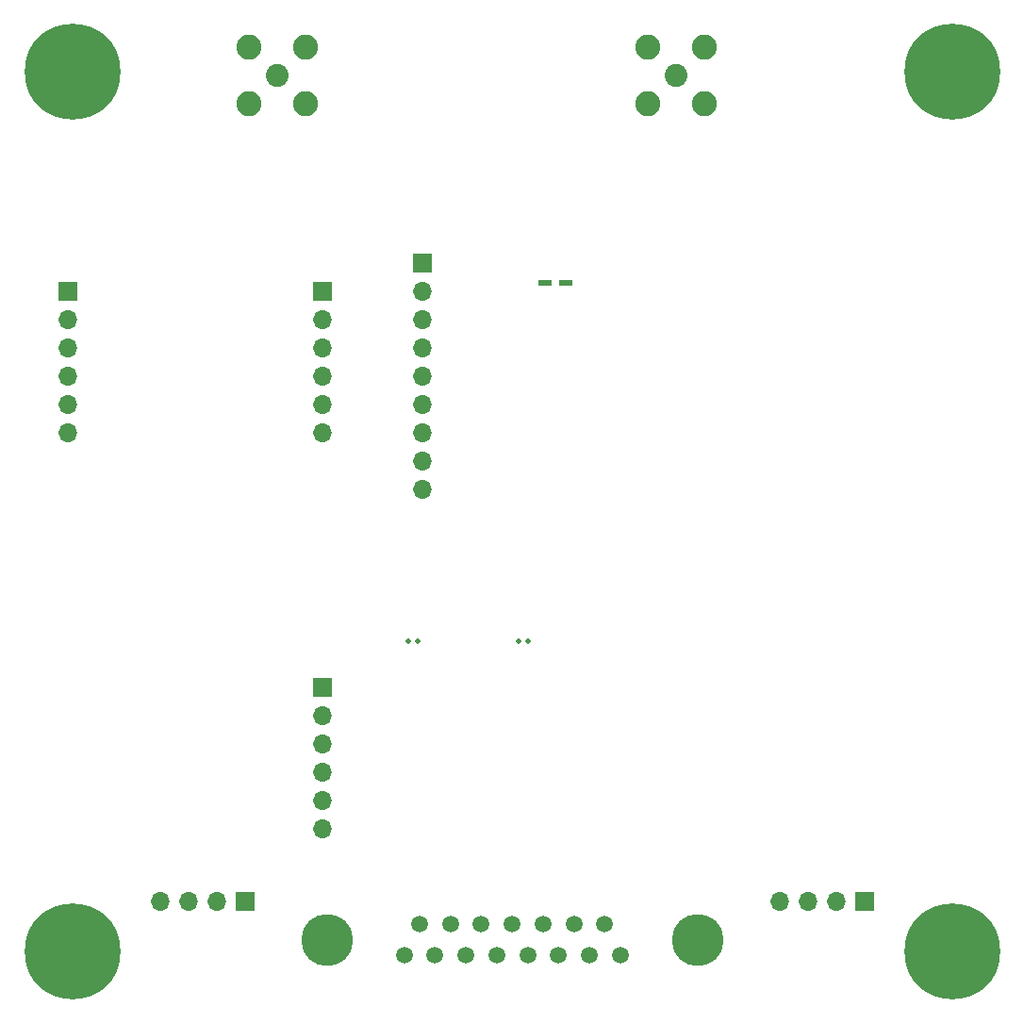
<source format=gbr>
%TF.GenerationSoftware,KiCad,Pcbnew,(6.0.8)*%
%TF.CreationDate,2023-01-23T00:48:41-08:00*%
%TF.ProjectId,RF_Board,52465f42-6f61-4726-942e-6b696361645f,rev?*%
%TF.SameCoordinates,Original*%
%TF.FileFunction,Soldermask,Bot*%
%TF.FilePolarity,Negative*%
%FSLAX46Y46*%
G04 Gerber Fmt 4.6, Leading zero omitted, Abs format (unit mm)*
G04 Created by KiCad (PCBNEW (6.0.8)) date 2023-01-23 00:48:41*
%MOMM*%
%LPD*%
G01*
G04 APERTURE LIST*
%ADD10R,1.700000X1.700000*%
%ADD11O,1.700000X1.700000*%
%ADD12C,4.650000*%
%ADD13C,1.500000*%
%ADD14C,0.499999*%
%ADD15C,2.050000*%
%ADD16C,2.250000*%
%ADD17C,0.900000*%
%ADD18C,8.600000*%
%ADD19R,1.244600X0.609600*%
G04 APERTURE END LIST*
D10*
%TO.C,J6*%
X27949000Y-25168000D03*
D11*
X27949000Y-27708000D03*
X27949000Y-30248000D03*
X27949000Y-32788000D03*
X27949000Y-35328000D03*
X27949000Y-37868000D03*
%TD*%
D10*
%TO.C,J9*%
X36949000Y-22628000D03*
D11*
X36949000Y-25168000D03*
X36949000Y-27708000D03*
X36949000Y-30248000D03*
X36949000Y-32788000D03*
X36949000Y-35328000D03*
X36949000Y-37868000D03*
X36949000Y-40408000D03*
X36949000Y-42948000D03*
%TD*%
D12*
%TO.C,J8*%
X61650000Y-83420000D03*
X28350000Y-83420000D03*
D13*
X53310000Y-82000000D03*
X50540000Y-82000000D03*
X47770000Y-82000000D03*
X45000000Y-82000000D03*
X42230000Y-82000000D03*
X39460000Y-82000000D03*
X36690000Y-82000000D03*
X54695000Y-84840000D03*
X51925000Y-84840000D03*
X49155000Y-84840000D03*
X46385000Y-84840000D03*
X43615000Y-84840000D03*
X40845000Y-84840000D03*
X38075000Y-84840000D03*
X35305000Y-84840000D03*
%TD*%
D10*
%TO.C,J7*%
X27949000Y-60728000D03*
D11*
X27949000Y-63268000D03*
X27949000Y-65808000D03*
X27949000Y-68348000D03*
X27949000Y-70888000D03*
X27949000Y-73428000D03*
%TD*%
D10*
%TO.C,J5*%
X5089000Y-25168000D03*
D11*
X5089000Y-27708000D03*
X5089000Y-30248000D03*
X5089000Y-32788000D03*
X5089000Y-35328000D03*
X5089000Y-37868000D03*
%TD*%
D14*
%TO.C,U15*%
X35681004Y-56581000D03*
X36481002Y-56581000D03*
%TD*%
%TO.C,U14*%
X46387002Y-56580999D03*
X45587004Y-56580999D03*
%TD*%
D15*
%TO.C,J3*%
X23876000Y-5842000D03*
D16*
X26416000Y-8382000D03*
X21336000Y-3302000D03*
X21336000Y-8382000D03*
X26416000Y-3302000D03*
%TD*%
D17*
%TO.C,H3*%
X2275000Y-84500000D03*
X8725000Y-84500000D03*
X7780419Y-86780419D03*
X7780419Y-82219581D03*
X5500000Y-87725000D03*
X5500000Y-81275000D03*
X3219581Y-86780419D03*
D18*
X5500000Y-84500000D03*
D17*
X3219581Y-82219581D03*
%TD*%
%TO.C,H4*%
X86780419Y-82219581D03*
X81275000Y-84500000D03*
X87725000Y-84500000D03*
X86780419Y-86780419D03*
X84500000Y-87725000D03*
X84500000Y-81275000D03*
X82219581Y-82219581D03*
D18*
X84500000Y-84500000D03*
D17*
X82219581Y-86780419D03*
%TD*%
%TO.C,H2*%
X2275000Y-5500000D03*
X3219581Y-3219581D03*
X7780419Y-3219581D03*
X3219581Y-7780419D03*
X8725000Y-5500000D03*
D18*
X5500000Y-5500000D03*
D17*
X7780419Y-7780419D03*
X5500000Y-8725000D03*
X5500000Y-2275000D03*
%TD*%
D10*
%TO.C,J2*%
X76620000Y-80000000D03*
D11*
X74080000Y-80000000D03*
X71540000Y-80000000D03*
X69000000Y-80000000D03*
%TD*%
D15*
%TO.C,J1*%
X59690000Y-5842000D03*
D16*
X57150000Y-8382000D03*
X57150000Y-3302000D03*
X62230000Y-3302000D03*
X62230000Y-8382000D03*
%TD*%
D19*
%TO.C,U8*%
X49822100Y-24409400D03*
X47967900Y-24409400D03*
%TD*%
D10*
%TO.C,J4*%
X21000000Y-80000000D03*
D11*
X18460000Y-80000000D03*
X15920000Y-80000000D03*
X13380000Y-80000000D03*
%TD*%
D18*
%TO.C,H1*%
X84500000Y-5500000D03*
D17*
X86780419Y-7780419D03*
X82219581Y-7780419D03*
X82219581Y-3219581D03*
X84500000Y-2275000D03*
X87725000Y-5500000D03*
X86780419Y-3219581D03*
X84500000Y-8725000D03*
X81275000Y-5500000D03*
%TD*%
M02*

</source>
